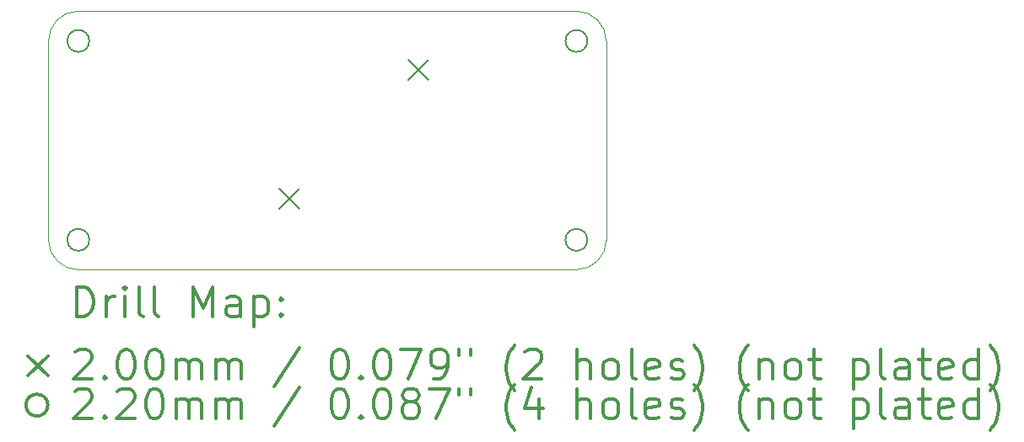
<source format=gbr>
%FSLAX45Y45*%
G04 Gerber Fmt 4.5, Leading zero omitted, Abs format (unit mm)*
G04 Created by KiCad (PCBNEW (5.1.5)-3) date 2021-10-17 14:07:34*
%MOMM*%
%LPD*%
G04 APERTURE LIST*
%TA.AperFunction,Profile*%
%ADD10C,0.120000*%
%TD*%
%ADD11C,0.200000*%
%ADD12C,0.300000*%
G04 APERTURE END LIST*
D10*
X11700000Y-7000000D02*
G75*
G02X12000000Y-6700000I300000J0D01*
G01*
X12000000Y-9300000D02*
G75*
G02X11700000Y-9000000I0J300000D01*
G01*
X17300000Y-9000000D02*
G75*
G02X17000000Y-9300000I-300000J0D01*
G01*
X17000000Y-6700000D02*
G75*
G02X17300000Y-7000000I0J-300000D01*
G01*
X17300000Y-9000000D02*
X17300000Y-7000000D01*
X12000000Y-9300000D02*
X17000000Y-9300000D01*
X11700000Y-7000000D02*
X11700000Y-9000000D01*
X17000000Y-6700000D02*
X12000000Y-6700000D01*
D11*
X14019260Y-8486848D02*
X14219260Y-8686848D01*
X14219260Y-8486848D02*
X14019260Y-8686848D01*
X15315260Y-7192848D02*
X15515260Y-7392848D01*
X15515260Y-7192848D02*
X15315260Y-7392848D01*
X17110000Y-9000000D02*
G75*
G03X17110000Y-9000000I-110000J0D01*
G01*
X12110000Y-9000000D02*
G75*
G03X12110000Y-9000000I-110000J0D01*
G01*
X12110000Y-7000000D02*
G75*
G03X12110000Y-7000000I-110000J0D01*
G01*
X17110000Y-7000000D02*
G75*
G03X17110000Y-7000000I-110000J0D01*
G01*
D12*
X11980428Y-9771714D02*
X11980428Y-9471714D01*
X12051857Y-9471714D01*
X12094714Y-9486000D01*
X12123286Y-9514572D01*
X12137571Y-9543143D01*
X12151857Y-9600286D01*
X12151857Y-9643143D01*
X12137571Y-9700286D01*
X12123286Y-9728857D01*
X12094714Y-9757429D01*
X12051857Y-9771714D01*
X11980428Y-9771714D01*
X12280428Y-9771714D02*
X12280428Y-9571714D01*
X12280428Y-9628857D02*
X12294714Y-9600286D01*
X12309000Y-9586000D01*
X12337571Y-9571714D01*
X12366143Y-9571714D01*
X12466143Y-9771714D02*
X12466143Y-9571714D01*
X12466143Y-9471714D02*
X12451857Y-9486000D01*
X12466143Y-9500286D01*
X12480428Y-9486000D01*
X12466143Y-9471714D01*
X12466143Y-9500286D01*
X12651857Y-9771714D02*
X12623286Y-9757429D01*
X12609000Y-9728857D01*
X12609000Y-9471714D01*
X12809000Y-9771714D02*
X12780428Y-9757429D01*
X12766143Y-9728857D01*
X12766143Y-9471714D01*
X13151857Y-9771714D02*
X13151857Y-9471714D01*
X13251857Y-9686000D01*
X13351857Y-9471714D01*
X13351857Y-9771714D01*
X13623286Y-9771714D02*
X13623286Y-9614572D01*
X13609000Y-9586000D01*
X13580428Y-9571714D01*
X13523286Y-9571714D01*
X13494714Y-9586000D01*
X13623286Y-9757429D02*
X13594714Y-9771714D01*
X13523286Y-9771714D01*
X13494714Y-9757429D01*
X13480428Y-9728857D01*
X13480428Y-9700286D01*
X13494714Y-9671714D01*
X13523286Y-9657429D01*
X13594714Y-9657429D01*
X13623286Y-9643143D01*
X13766143Y-9571714D02*
X13766143Y-9871714D01*
X13766143Y-9586000D02*
X13794714Y-9571714D01*
X13851857Y-9571714D01*
X13880428Y-9586000D01*
X13894714Y-9600286D01*
X13909000Y-9628857D01*
X13909000Y-9714572D01*
X13894714Y-9743143D01*
X13880428Y-9757429D01*
X13851857Y-9771714D01*
X13794714Y-9771714D01*
X13766143Y-9757429D01*
X14037571Y-9743143D02*
X14051857Y-9757429D01*
X14037571Y-9771714D01*
X14023286Y-9757429D01*
X14037571Y-9743143D01*
X14037571Y-9771714D01*
X14037571Y-9586000D02*
X14051857Y-9600286D01*
X14037571Y-9614572D01*
X14023286Y-9600286D01*
X14037571Y-9586000D01*
X14037571Y-9614572D01*
X11494000Y-10166000D02*
X11694000Y-10366000D01*
X11694000Y-10166000D02*
X11494000Y-10366000D01*
X11966143Y-10130286D02*
X11980428Y-10116000D01*
X12009000Y-10101714D01*
X12080428Y-10101714D01*
X12109000Y-10116000D01*
X12123286Y-10130286D01*
X12137571Y-10158857D01*
X12137571Y-10187429D01*
X12123286Y-10230286D01*
X11951857Y-10401714D01*
X12137571Y-10401714D01*
X12266143Y-10373143D02*
X12280428Y-10387429D01*
X12266143Y-10401714D01*
X12251857Y-10387429D01*
X12266143Y-10373143D01*
X12266143Y-10401714D01*
X12466143Y-10101714D02*
X12494714Y-10101714D01*
X12523286Y-10116000D01*
X12537571Y-10130286D01*
X12551857Y-10158857D01*
X12566143Y-10216000D01*
X12566143Y-10287429D01*
X12551857Y-10344572D01*
X12537571Y-10373143D01*
X12523286Y-10387429D01*
X12494714Y-10401714D01*
X12466143Y-10401714D01*
X12437571Y-10387429D01*
X12423286Y-10373143D01*
X12409000Y-10344572D01*
X12394714Y-10287429D01*
X12394714Y-10216000D01*
X12409000Y-10158857D01*
X12423286Y-10130286D01*
X12437571Y-10116000D01*
X12466143Y-10101714D01*
X12751857Y-10101714D02*
X12780428Y-10101714D01*
X12809000Y-10116000D01*
X12823286Y-10130286D01*
X12837571Y-10158857D01*
X12851857Y-10216000D01*
X12851857Y-10287429D01*
X12837571Y-10344572D01*
X12823286Y-10373143D01*
X12809000Y-10387429D01*
X12780428Y-10401714D01*
X12751857Y-10401714D01*
X12723286Y-10387429D01*
X12709000Y-10373143D01*
X12694714Y-10344572D01*
X12680428Y-10287429D01*
X12680428Y-10216000D01*
X12694714Y-10158857D01*
X12709000Y-10130286D01*
X12723286Y-10116000D01*
X12751857Y-10101714D01*
X12980428Y-10401714D02*
X12980428Y-10201714D01*
X12980428Y-10230286D02*
X12994714Y-10216000D01*
X13023286Y-10201714D01*
X13066143Y-10201714D01*
X13094714Y-10216000D01*
X13109000Y-10244572D01*
X13109000Y-10401714D01*
X13109000Y-10244572D02*
X13123286Y-10216000D01*
X13151857Y-10201714D01*
X13194714Y-10201714D01*
X13223286Y-10216000D01*
X13237571Y-10244572D01*
X13237571Y-10401714D01*
X13380428Y-10401714D02*
X13380428Y-10201714D01*
X13380428Y-10230286D02*
X13394714Y-10216000D01*
X13423286Y-10201714D01*
X13466143Y-10201714D01*
X13494714Y-10216000D01*
X13509000Y-10244572D01*
X13509000Y-10401714D01*
X13509000Y-10244572D02*
X13523286Y-10216000D01*
X13551857Y-10201714D01*
X13594714Y-10201714D01*
X13623286Y-10216000D01*
X13637571Y-10244572D01*
X13637571Y-10401714D01*
X14223286Y-10087429D02*
X13966143Y-10473143D01*
X14609000Y-10101714D02*
X14637571Y-10101714D01*
X14666143Y-10116000D01*
X14680428Y-10130286D01*
X14694714Y-10158857D01*
X14709000Y-10216000D01*
X14709000Y-10287429D01*
X14694714Y-10344572D01*
X14680428Y-10373143D01*
X14666143Y-10387429D01*
X14637571Y-10401714D01*
X14609000Y-10401714D01*
X14580428Y-10387429D01*
X14566143Y-10373143D01*
X14551857Y-10344572D01*
X14537571Y-10287429D01*
X14537571Y-10216000D01*
X14551857Y-10158857D01*
X14566143Y-10130286D01*
X14580428Y-10116000D01*
X14609000Y-10101714D01*
X14837571Y-10373143D02*
X14851857Y-10387429D01*
X14837571Y-10401714D01*
X14823286Y-10387429D01*
X14837571Y-10373143D01*
X14837571Y-10401714D01*
X15037571Y-10101714D02*
X15066143Y-10101714D01*
X15094714Y-10116000D01*
X15109000Y-10130286D01*
X15123286Y-10158857D01*
X15137571Y-10216000D01*
X15137571Y-10287429D01*
X15123286Y-10344572D01*
X15109000Y-10373143D01*
X15094714Y-10387429D01*
X15066143Y-10401714D01*
X15037571Y-10401714D01*
X15009000Y-10387429D01*
X14994714Y-10373143D01*
X14980428Y-10344572D01*
X14966143Y-10287429D01*
X14966143Y-10216000D01*
X14980428Y-10158857D01*
X14994714Y-10130286D01*
X15009000Y-10116000D01*
X15037571Y-10101714D01*
X15237571Y-10101714D02*
X15437571Y-10101714D01*
X15309000Y-10401714D01*
X15566143Y-10401714D02*
X15623286Y-10401714D01*
X15651857Y-10387429D01*
X15666143Y-10373143D01*
X15694714Y-10330286D01*
X15709000Y-10273143D01*
X15709000Y-10158857D01*
X15694714Y-10130286D01*
X15680428Y-10116000D01*
X15651857Y-10101714D01*
X15594714Y-10101714D01*
X15566143Y-10116000D01*
X15551857Y-10130286D01*
X15537571Y-10158857D01*
X15537571Y-10230286D01*
X15551857Y-10258857D01*
X15566143Y-10273143D01*
X15594714Y-10287429D01*
X15651857Y-10287429D01*
X15680428Y-10273143D01*
X15694714Y-10258857D01*
X15709000Y-10230286D01*
X15823286Y-10101714D02*
X15823286Y-10158857D01*
X15937571Y-10101714D02*
X15937571Y-10158857D01*
X16380428Y-10516000D02*
X16366143Y-10501714D01*
X16337571Y-10458857D01*
X16323286Y-10430286D01*
X16309000Y-10387429D01*
X16294714Y-10316000D01*
X16294714Y-10258857D01*
X16309000Y-10187429D01*
X16323286Y-10144572D01*
X16337571Y-10116000D01*
X16366143Y-10073143D01*
X16380428Y-10058857D01*
X16480428Y-10130286D02*
X16494714Y-10116000D01*
X16523286Y-10101714D01*
X16594714Y-10101714D01*
X16623286Y-10116000D01*
X16637571Y-10130286D01*
X16651857Y-10158857D01*
X16651857Y-10187429D01*
X16637571Y-10230286D01*
X16466143Y-10401714D01*
X16651857Y-10401714D01*
X17009000Y-10401714D02*
X17009000Y-10101714D01*
X17137571Y-10401714D02*
X17137571Y-10244572D01*
X17123286Y-10216000D01*
X17094714Y-10201714D01*
X17051857Y-10201714D01*
X17023286Y-10216000D01*
X17009000Y-10230286D01*
X17323286Y-10401714D02*
X17294714Y-10387429D01*
X17280428Y-10373143D01*
X17266143Y-10344572D01*
X17266143Y-10258857D01*
X17280428Y-10230286D01*
X17294714Y-10216000D01*
X17323286Y-10201714D01*
X17366143Y-10201714D01*
X17394714Y-10216000D01*
X17409000Y-10230286D01*
X17423286Y-10258857D01*
X17423286Y-10344572D01*
X17409000Y-10373143D01*
X17394714Y-10387429D01*
X17366143Y-10401714D01*
X17323286Y-10401714D01*
X17594714Y-10401714D02*
X17566143Y-10387429D01*
X17551857Y-10358857D01*
X17551857Y-10101714D01*
X17823286Y-10387429D02*
X17794714Y-10401714D01*
X17737571Y-10401714D01*
X17709000Y-10387429D01*
X17694714Y-10358857D01*
X17694714Y-10244572D01*
X17709000Y-10216000D01*
X17737571Y-10201714D01*
X17794714Y-10201714D01*
X17823286Y-10216000D01*
X17837571Y-10244572D01*
X17837571Y-10273143D01*
X17694714Y-10301714D01*
X17951857Y-10387429D02*
X17980428Y-10401714D01*
X18037571Y-10401714D01*
X18066143Y-10387429D01*
X18080428Y-10358857D01*
X18080428Y-10344572D01*
X18066143Y-10316000D01*
X18037571Y-10301714D01*
X17994714Y-10301714D01*
X17966143Y-10287429D01*
X17951857Y-10258857D01*
X17951857Y-10244572D01*
X17966143Y-10216000D01*
X17994714Y-10201714D01*
X18037571Y-10201714D01*
X18066143Y-10216000D01*
X18180428Y-10516000D02*
X18194714Y-10501714D01*
X18223286Y-10458857D01*
X18237571Y-10430286D01*
X18251857Y-10387429D01*
X18266143Y-10316000D01*
X18266143Y-10258857D01*
X18251857Y-10187429D01*
X18237571Y-10144572D01*
X18223286Y-10116000D01*
X18194714Y-10073143D01*
X18180428Y-10058857D01*
X18723286Y-10516000D02*
X18709000Y-10501714D01*
X18680428Y-10458857D01*
X18666143Y-10430286D01*
X18651857Y-10387429D01*
X18637571Y-10316000D01*
X18637571Y-10258857D01*
X18651857Y-10187429D01*
X18666143Y-10144572D01*
X18680428Y-10116000D01*
X18709000Y-10073143D01*
X18723286Y-10058857D01*
X18837571Y-10201714D02*
X18837571Y-10401714D01*
X18837571Y-10230286D02*
X18851857Y-10216000D01*
X18880428Y-10201714D01*
X18923286Y-10201714D01*
X18951857Y-10216000D01*
X18966143Y-10244572D01*
X18966143Y-10401714D01*
X19151857Y-10401714D02*
X19123286Y-10387429D01*
X19109000Y-10373143D01*
X19094714Y-10344572D01*
X19094714Y-10258857D01*
X19109000Y-10230286D01*
X19123286Y-10216000D01*
X19151857Y-10201714D01*
X19194714Y-10201714D01*
X19223286Y-10216000D01*
X19237571Y-10230286D01*
X19251857Y-10258857D01*
X19251857Y-10344572D01*
X19237571Y-10373143D01*
X19223286Y-10387429D01*
X19194714Y-10401714D01*
X19151857Y-10401714D01*
X19337571Y-10201714D02*
X19451857Y-10201714D01*
X19380428Y-10101714D02*
X19380428Y-10358857D01*
X19394714Y-10387429D01*
X19423286Y-10401714D01*
X19451857Y-10401714D01*
X19780428Y-10201714D02*
X19780428Y-10501714D01*
X19780428Y-10216000D02*
X19809000Y-10201714D01*
X19866143Y-10201714D01*
X19894714Y-10216000D01*
X19909000Y-10230286D01*
X19923286Y-10258857D01*
X19923286Y-10344572D01*
X19909000Y-10373143D01*
X19894714Y-10387429D01*
X19866143Y-10401714D01*
X19809000Y-10401714D01*
X19780428Y-10387429D01*
X20094714Y-10401714D02*
X20066143Y-10387429D01*
X20051857Y-10358857D01*
X20051857Y-10101714D01*
X20337571Y-10401714D02*
X20337571Y-10244572D01*
X20323286Y-10216000D01*
X20294714Y-10201714D01*
X20237571Y-10201714D01*
X20209000Y-10216000D01*
X20337571Y-10387429D02*
X20309000Y-10401714D01*
X20237571Y-10401714D01*
X20209000Y-10387429D01*
X20194714Y-10358857D01*
X20194714Y-10330286D01*
X20209000Y-10301714D01*
X20237571Y-10287429D01*
X20309000Y-10287429D01*
X20337571Y-10273143D01*
X20437571Y-10201714D02*
X20551857Y-10201714D01*
X20480428Y-10101714D02*
X20480428Y-10358857D01*
X20494714Y-10387429D01*
X20523286Y-10401714D01*
X20551857Y-10401714D01*
X20766143Y-10387429D02*
X20737571Y-10401714D01*
X20680428Y-10401714D01*
X20651857Y-10387429D01*
X20637571Y-10358857D01*
X20637571Y-10244572D01*
X20651857Y-10216000D01*
X20680428Y-10201714D01*
X20737571Y-10201714D01*
X20766143Y-10216000D01*
X20780428Y-10244572D01*
X20780428Y-10273143D01*
X20637571Y-10301714D01*
X21037571Y-10401714D02*
X21037571Y-10101714D01*
X21037571Y-10387429D02*
X21009000Y-10401714D01*
X20951857Y-10401714D01*
X20923286Y-10387429D01*
X20909000Y-10373143D01*
X20894714Y-10344572D01*
X20894714Y-10258857D01*
X20909000Y-10230286D01*
X20923286Y-10216000D01*
X20951857Y-10201714D01*
X21009000Y-10201714D01*
X21037571Y-10216000D01*
X21151857Y-10516000D02*
X21166143Y-10501714D01*
X21194714Y-10458857D01*
X21209000Y-10430286D01*
X21223286Y-10387429D01*
X21237571Y-10316000D01*
X21237571Y-10258857D01*
X21223286Y-10187429D01*
X21209000Y-10144572D01*
X21194714Y-10116000D01*
X21166143Y-10073143D01*
X21151857Y-10058857D01*
X11694000Y-10662000D02*
G75*
G03X11694000Y-10662000I-110000J0D01*
G01*
X11966143Y-10526286D02*
X11980428Y-10512000D01*
X12009000Y-10497714D01*
X12080428Y-10497714D01*
X12109000Y-10512000D01*
X12123286Y-10526286D01*
X12137571Y-10554857D01*
X12137571Y-10583429D01*
X12123286Y-10626286D01*
X11951857Y-10797714D01*
X12137571Y-10797714D01*
X12266143Y-10769143D02*
X12280428Y-10783429D01*
X12266143Y-10797714D01*
X12251857Y-10783429D01*
X12266143Y-10769143D01*
X12266143Y-10797714D01*
X12394714Y-10526286D02*
X12409000Y-10512000D01*
X12437571Y-10497714D01*
X12509000Y-10497714D01*
X12537571Y-10512000D01*
X12551857Y-10526286D01*
X12566143Y-10554857D01*
X12566143Y-10583429D01*
X12551857Y-10626286D01*
X12380428Y-10797714D01*
X12566143Y-10797714D01*
X12751857Y-10497714D02*
X12780428Y-10497714D01*
X12809000Y-10512000D01*
X12823286Y-10526286D01*
X12837571Y-10554857D01*
X12851857Y-10612000D01*
X12851857Y-10683429D01*
X12837571Y-10740572D01*
X12823286Y-10769143D01*
X12809000Y-10783429D01*
X12780428Y-10797714D01*
X12751857Y-10797714D01*
X12723286Y-10783429D01*
X12709000Y-10769143D01*
X12694714Y-10740572D01*
X12680428Y-10683429D01*
X12680428Y-10612000D01*
X12694714Y-10554857D01*
X12709000Y-10526286D01*
X12723286Y-10512000D01*
X12751857Y-10497714D01*
X12980428Y-10797714D02*
X12980428Y-10597714D01*
X12980428Y-10626286D02*
X12994714Y-10612000D01*
X13023286Y-10597714D01*
X13066143Y-10597714D01*
X13094714Y-10612000D01*
X13109000Y-10640572D01*
X13109000Y-10797714D01*
X13109000Y-10640572D02*
X13123286Y-10612000D01*
X13151857Y-10597714D01*
X13194714Y-10597714D01*
X13223286Y-10612000D01*
X13237571Y-10640572D01*
X13237571Y-10797714D01*
X13380428Y-10797714D02*
X13380428Y-10597714D01*
X13380428Y-10626286D02*
X13394714Y-10612000D01*
X13423286Y-10597714D01*
X13466143Y-10597714D01*
X13494714Y-10612000D01*
X13509000Y-10640572D01*
X13509000Y-10797714D01*
X13509000Y-10640572D02*
X13523286Y-10612000D01*
X13551857Y-10597714D01*
X13594714Y-10597714D01*
X13623286Y-10612000D01*
X13637571Y-10640572D01*
X13637571Y-10797714D01*
X14223286Y-10483429D02*
X13966143Y-10869143D01*
X14609000Y-10497714D02*
X14637571Y-10497714D01*
X14666143Y-10512000D01*
X14680428Y-10526286D01*
X14694714Y-10554857D01*
X14709000Y-10612000D01*
X14709000Y-10683429D01*
X14694714Y-10740572D01*
X14680428Y-10769143D01*
X14666143Y-10783429D01*
X14637571Y-10797714D01*
X14609000Y-10797714D01*
X14580428Y-10783429D01*
X14566143Y-10769143D01*
X14551857Y-10740572D01*
X14537571Y-10683429D01*
X14537571Y-10612000D01*
X14551857Y-10554857D01*
X14566143Y-10526286D01*
X14580428Y-10512000D01*
X14609000Y-10497714D01*
X14837571Y-10769143D02*
X14851857Y-10783429D01*
X14837571Y-10797714D01*
X14823286Y-10783429D01*
X14837571Y-10769143D01*
X14837571Y-10797714D01*
X15037571Y-10497714D02*
X15066143Y-10497714D01*
X15094714Y-10512000D01*
X15109000Y-10526286D01*
X15123286Y-10554857D01*
X15137571Y-10612000D01*
X15137571Y-10683429D01*
X15123286Y-10740572D01*
X15109000Y-10769143D01*
X15094714Y-10783429D01*
X15066143Y-10797714D01*
X15037571Y-10797714D01*
X15009000Y-10783429D01*
X14994714Y-10769143D01*
X14980428Y-10740572D01*
X14966143Y-10683429D01*
X14966143Y-10612000D01*
X14980428Y-10554857D01*
X14994714Y-10526286D01*
X15009000Y-10512000D01*
X15037571Y-10497714D01*
X15309000Y-10626286D02*
X15280428Y-10612000D01*
X15266143Y-10597714D01*
X15251857Y-10569143D01*
X15251857Y-10554857D01*
X15266143Y-10526286D01*
X15280428Y-10512000D01*
X15309000Y-10497714D01*
X15366143Y-10497714D01*
X15394714Y-10512000D01*
X15409000Y-10526286D01*
X15423286Y-10554857D01*
X15423286Y-10569143D01*
X15409000Y-10597714D01*
X15394714Y-10612000D01*
X15366143Y-10626286D01*
X15309000Y-10626286D01*
X15280428Y-10640572D01*
X15266143Y-10654857D01*
X15251857Y-10683429D01*
X15251857Y-10740572D01*
X15266143Y-10769143D01*
X15280428Y-10783429D01*
X15309000Y-10797714D01*
X15366143Y-10797714D01*
X15394714Y-10783429D01*
X15409000Y-10769143D01*
X15423286Y-10740572D01*
X15423286Y-10683429D01*
X15409000Y-10654857D01*
X15394714Y-10640572D01*
X15366143Y-10626286D01*
X15523286Y-10497714D02*
X15723286Y-10497714D01*
X15594714Y-10797714D01*
X15823286Y-10497714D02*
X15823286Y-10554857D01*
X15937571Y-10497714D02*
X15937571Y-10554857D01*
X16380428Y-10912000D02*
X16366143Y-10897714D01*
X16337571Y-10854857D01*
X16323286Y-10826286D01*
X16309000Y-10783429D01*
X16294714Y-10712000D01*
X16294714Y-10654857D01*
X16309000Y-10583429D01*
X16323286Y-10540572D01*
X16337571Y-10512000D01*
X16366143Y-10469143D01*
X16380428Y-10454857D01*
X16623286Y-10597714D02*
X16623286Y-10797714D01*
X16551857Y-10483429D02*
X16480428Y-10697714D01*
X16666143Y-10697714D01*
X17009000Y-10797714D02*
X17009000Y-10497714D01*
X17137571Y-10797714D02*
X17137571Y-10640572D01*
X17123286Y-10612000D01*
X17094714Y-10597714D01*
X17051857Y-10597714D01*
X17023286Y-10612000D01*
X17009000Y-10626286D01*
X17323286Y-10797714D02*
X17294714Y-10783429D01*
X17280428Y-10769143D01*
X17266143Y-10740572D01*
X17266143Y-10654857D01*
X17280428Y-10626286D01*
X17294714Y-10612000D01*
X17323286Y-10597714D01*
X17366143Y-10597714D01*
X17394714Y-10612000D01*
X17409000Y-10626286D01*
X17423286Y-10654857D01*
X17423286Y-10740572D01*
X17409000Y-10769143D01*
X17394714Y-10783429D01*
X17366143Y-10797714D01*
X17323286Y-10797714D01*
X17594714Y-10797714D02*
X17566143Y-10783429D01*
X17551857Y-10754857D01*
X17551857Y-10497714D01*
X17823286Y-10783429D02*
X17794714Y-10797714D01*
X17737571Y-10797714D01*
X17709000Y-10783429D01*
X17694714Y-10754857D01*
X17694714Y-10640572D01*
X17709000Y-10612000D01*
X17737571Y-10597714D01*
X17794714Y-10597714D01*
X17823286Y-10612000D01*
X17837571Y-10640572D01*
X17837571Y-10669143D01*
X17694714Y-10697714D01*
X17951857Y-10783429D02*
X17980428Y-10797714D01*
X18037571Y-10797714D01*
X18066143Y-10783429D01*
X18080428Y-10754857D01*
X18080428Y-10740572D01*
X18066143Y-10712000D01*
X18037571Y-10697714D01*
X17994714Y-10697714D01*
X17966143Y-10683429D01*
X17951857Y-10654857D01*
X17951857Y-10640572D01*
X17966143Y-10612000D01*
X17994714Y-10597714D01*
X18037571Y-10597714D01*
X18066143Y-10612000D01*
X18180428Y-10912000D02*
X18194714Y-10897714D01*
X18223286Y-10854857D01*
X18237571Y-10826286D01*
X18251857Y-10783429D01*
X18266143Y-10712000D01*
X18266143Y-10654857D01*
X18251857Y-10583429D01*
X18237571Y-10540572D01*
X18223286Y-10512000D01*
X18194714Y-10469143D01*
X18180428Y-10454857D01*
X18723286Y-10912000D02*
X18709000Y-10897714D01*
X18680428Y-10854857D01*
X18666143Y-10826286D01*
X18651857Y-10783429D01*
X18637571Y-10712000D01*
X18637571Y-10654857D01*
X18651857Y-10583429D01*
X18666143Y-10540572D01*
X18680428Y-10512000D01*
X18709000Y-10469143D01*
X18723286Y-10454857D01*
X18837571Y-10597714D02*
X18837571Y-10797714D01*
X18837571Y-10626286D02*
X18851857Y-10612000D01*
X18880428Y-10597714D01*
X18923286Y-10597714D01*
X18951857Y-10612000D01*
X18966143Y-10640572D01*
X18966143Y-10797714D01*
X19151857Y-10797714D02*
X19123286Y-10783429D01*
X19109000Y-10769143D01*
X19094714Y-10740572D01*
X19094714Y-10654857D01*
X19109000Y-10626286D01*
X19123286Y-10612000D01*
X19151857Y-10597714D01*
X19194714Y-10597714D01*
X19223286Y-10612000D01*
X19237571Y-10626286D01*
X19251857Y-10654857D01*
X19251857Y-10740572D01*
X19237571Y-10769143D01*
X19223286Y-10783429D01*
X19194714Y-10797714D01*
X19151857Y-10797714D01*
X19337571Y-10597714D02*
X19451857Y-10597714D01*
X19380428Y-10497714D02*
X19380428Y-10754857D01*
X19394714Y-10783429D01*
X19423286Y-10797714D01*
X19451857Y-10797714D01*
X19780428Y-10597714D02*
X19780428Y-10897714D01*
X19780428Y-10612000D02*
X19809000Y-10597714D01*
X19866143Y-10597714D01*
X19894714Y-10612000D01*
X19909000Y-10626286D01*
X19923286Y-10654857D01*
X19923286Y-10740572D01*
X19909000Y-10769143D01*
X19894714Y-10783429D01*
X19866143Y-10797714D01*
X19809000Y-10797714D01*
X19780428Y-10783429D01*
X20094714Y-10797714D02*
X20066143Y-10783429D01*
X20051857Y-10754857D01*
X20051857Y-10497714D01*
X20337571Y-10797714D02*
X20337571Y-10640572D01*
X20323286Y-10612000D01*
X20294714Y-10597714D01*
X20237571Y-10597714D01*
X20209000Y-10612000D01*
X20337571Y-10783429D02*
X20309000Y-10797714D01*
X20237571Y-10797714D01*
X20209000Y-10783429D01*
X20194714Y-10754857D01*
X20194714Y-10726286D01*
X20209000Y-10697714D01*
X20237571Y-10683429D01*
X20309000Y-10683429D01*
X20337571Y-10669143D01*
X20437571Y-10597714D02*
X20551857Y-10597714D01*
X20480428Y-10497714D02*
X20480428Y-10754857D01*
X20494714Y-10783429D01*
X20523286Y-10797714D01*
X20551857Y-10797714D01*
X20766143Y-10783429D02*
X20737571Y-10797714D01*
X20680428Y-10797714D01*
X20651857Y-10783429D01*
X20637571Y-10754857D01*
X20637571Y-10640572D01*
X20651857Y-10612000D01*
X20680428Y-10597714D01*
X20737571Y-10597714D01*
X20766143Y-10612000D01*
X20780428Y-10640572D01*
X20780428Y-10669143D01*
X20637571Y-10697714D01*
X21037571Y-10797714D02*
X21037571Y-10497714D01*
X21037571Y-10783429D02*
X21009000Y-10797714D01*
X20951857Y-10797714D01*
X20923286Y-10783429D01*
X20909000Y-10769143D01*
X20894714Y-10740572D01*
X20894714Y-10654857D01*
X20909000Y-10626286D01*
X20923286Y-10612000D01*
X20951857Y-10597714D01*
X21009000Y-10597714D01*
X21037571Y-10612000D01*
X21151857Y-10912000D02*
X21166143Y-10897714D01*
X21194714Y-10854857D01*
X21209000Y-10826286D01*
X21223286Y-10783429D01*
X21237571Y-10712000D01*
X21237571Y-10654857D01*
X21223286Y-10583429D01*
X21209000Y-10540572D01*
X21194714Y-10512000D01*
X21166143Y-10469143D01*
X21151857Y-10454857D01*
M02*

</source>
